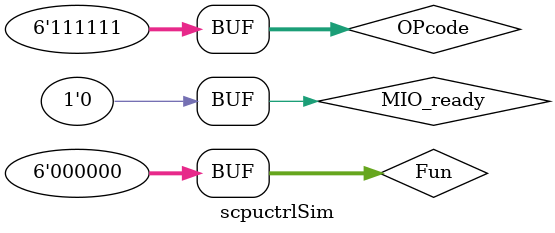
<source format=v>
`timescale 1ns / 1ps


module scpuctrlSim;

	// Inputs
	reg [5:0] OPcode;
	reg [5:0] Fun;
	reg MIO_ready;

	// Outputs
	wire RegDst;
	wire ALUSrc_B;
	wire MemtoReg;
	wire Jump;
	wire Branch;
	wire RegWrite;
	wire mem_w;
	wire [2:0] ALU_Control;
	wire CPU_MIO;

	// Instantiate the Unit Under Test (UUT)
	SCPU_ctrl uut (
		.OPcode(OPcode), 
		.Fun(Fun), 
		.MIO_ready(MIO_ready), 
		.RegDst(RegDst), 
		.ALUSrc_B(ALUSrc_B), 
		.MemtoReg(MemtoReg), 
		.Jump(Jump), 
		.Branch(Branch), 
		.RegWrite(RegWrite), 
		.mem_w(mem_w), 
		.ALU_Control(ALU_Control), 
		.CPU_MIO(CPU_MIO)
	);

	initial begin
		// Initialize Inputs
		OPcode = 0;
		Fun = 0;
		MIO_ready = 0;
		
		// Wait 100 ns for global reset to finish
		#100;
	
		// Add stimulus here
		OPcode = 6'b000000; //ALU??,?? ALUop=2'b10; RegDst=1; RegWrite=1		Fun = 6'b100000;	//add,??ALU_Control=3'b010		#100;		Fun = 6'b100010;	//sub,??ALU_Control=3'b110		#100;		Fun = 6'b100100;	//and,??ALU_Control=3'b000		#100;		Fun = 6'b100101;	//or,??ALU_Control=3'b001		#100;		Fun = 6'b101010;	//slt,??ALU_Control=3'b111		#100;		Fun = 6'b100111;	//nor,??ALU_Control=3'b100		#100;		//Fun = 6'b000010;	//srl,??ALU_Control=3'b101		//#20;		//Fun = 6'b010110;	//xor,??ALU_Control=3'b011		//#20;		Fun = 6'b111111;	//??		#100;		OPcode = 6'b100011;//load??,?? ALUop=2'b00, RegDst=0,		#100;		  // ALUSrc_B=1, MemtoReg=1, RegWrite=1		OPcode = 6'b101011;		#100; //store??,??ALUop=2'b00, mem_w=1, ALUSrc_B=1		OPcode = 6'b000100;//beq??,?? ALUop=2'b01, Branch=1		#100;		OPcode = 6'b000010;//jump??,?? Jump=1		#100;		//OPcode = 6'b001010; //slti??,??ALUop=2'b11, RegDst=0, 		//#100;	            //ALUSrc_B=1, RegWrite=1		OPcode = 6'h3f;		//??		Fun = 6'b000000;		//??
	end
      
endmodule


</source>
